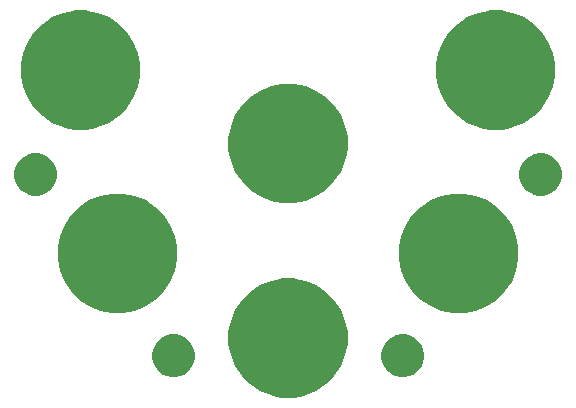
<source format=gts>
G04 #@! TF.GenerationSoftware,KiCad,Pcbnew,(5.0.1)-3*
G04 #@! TF.CreationDate,2019-01-26T22:39:22-03:30*
G04 #@! TF.ProjectId,Battery Pack,42617474657279205061636B2E6B6963,rev?*
G04 #@! TF.SameCoordinates,Original*
G04 #@! TF.FileFunction,Soldermask,Top*
G04 #@! TF.FilePolarity,Negative*
%FSLAX46Y46*%
G04 Gerber Fmt 4.6, Leading zero omitted, Abs format (unit mm)*
G04 Created by KiCad (PCBNEW (5.0.1)-3) date 2019-01-26 10:39:22 PM*
%MOMM*%
%LPD*%
G01*
G04 APERTURE LIST*
%ADD10C,0.100000*%
G04 APERTURE END LIST*
D10*
G36*
X100985401Y-113196054D02*
X101473322Y-113293107D01*
X102392546Y-113673862D01*
X103219825Y-114226632D01*
X103923368Y-114930175D01*
X104476138Y-115757454D01*
X104856893Y-116676678D01*
X105051000Y-117652520D01*
X105051000Y-118647480D01*
X104856893Y-119623322D01*
X104476138Y-120542546D01*
X103923368Y-121369825D01*
X103219825Y-122073368D01*
X102392546Y-122626138D01*
X101473322Y-123006893D01*
X100985401Y-123103946D01*
X100497481Y-123201000D01*
X99502519Y-123201000D01*
X99014599Y-123103946D01*
X98526678Y-123006893D01*
X97607454Y-122626138D01*
X96780175Y-122073368D01*
X96076632Y-121369825D01*
X95523862Y-120542546D01*
X95143107Y-119623322D01*
X94949000Y-118647480D01*
X94949000Y-117652520D01*
X95143107Y-116676678D01*
X95523862Y-115757454D01*
X96076632Y-114930175D01*
X96780175Y-114226632D01*
X97607454Y-113673862D01*
X98526678Y-113293107D01*
X99014599Y-113196054D01*
X99502519Y-113099000D01*
X100497481Y-113099000D01*
X100985401Y-113196054D01*
X100985401Y-113196054D01*
G37*
G36*
X110225331Y-117918211D02*
X110553092Y-118053974D01*
X110848073Y-118251074D01*
X111098926Y-118501927D01*
X111296026Y-118796908D01*
X111431789Y-119124669D01*
X111501000Y-119472616D01*
X111501000Y-119827384D01*
X111431789Y-120175331D01*
X111296026Y-120503092D01*
X111098926Y-120798073D01*
X110848073Y-121048926D01*
X110553092Y-121246026D01*
X110225331Y-121381789D01*
X109877384Y-121451000D01*
X109522616Y-121451000D01*
X109174669Y-121381789D01*
X108846908Y-121246026D01*
X108551927Y-121048926D01*
X108301074Y-120798073D01*
X108103974Y-120503092D01*
X107968211Y-120175331D01*
X107899000Y-119827384D01*
X107899000Y-119472616D01*
X107968211Y-119124669D01*
X108103974Y-118796908D01*
X108301074Y-118501927D01*
X108551927Y-118251074D01*
X108846908Y-118053974D01*
X109174669Y-117918211D01*
X109522616Y-117849000D01*
X109877384Y-117849000D01*
X110225331Y-117918211D01*
X110225331Y-117918211D01*
G37*
G36*
X90825331Y-117918211D02*
X91153092Y-118053974D01*
X91448073Y-118251074D01*
X91698926Y-118501927D01*
X91896026Y-118796908D01*
X92031789Y-119124669D01*
X92101000Y-119472616D01*
X92101000Y-119827384D01*
X92031789Y-120175331D01*
X91896026Y-120503092D01*
X91698926Y-120798073D01*
X91448073Y-121048926D01*
X91153092Y-121246026D01*
X90825331Y-121381789D01*
X90477384Y-121451000D01*
X90122616Y-121451000D01*
X89774669Y-121381789D01*
X89446908Y-121246026D01*
X89151927Y-121048926D01*
X88901074Y-120798073D01*
X88703974Y-120503092D01*
X88568211Y-120175331D01*
X88499000Y-119827384D01*
X88499000Y-119472616D01*
X88568211Y-119124669D01*
X88703974Y-118796908D01*
X88901074Y-118501927D01*
X89151927Y-118251074D01*
X89446908Y-118053974D01*
X89774669Y-117918211D01*
X90122616Y-117849000D01*
X90477384Y-117849000D01*
X90825331Y-117918211D01*
X90825331Y-117918211D01*
G37*
G36*
X86535401Y-106026053D02*
X87023322Y-106123107D01*
X87942546Y-106503862D01*
X88769825Y-107056632D01*
X89473368Y-107760175D01*
X90026138Y-108587454D01*
X90406893Y-109506678D01*
X90601000Y-110482520D01*
X90601000Y-111477480D01*
X90406893Y-112453322D01*
X90026138Y-113372546D01*
X89473368Y-114199825D01*
X88769825Y-114903368D01*
X87942546Y-115456138D01*
X87023322Y-115836893D01*
X86535401Y-115933947D01*
X86047481Y-116031000D01*
X85052519Y-116031000D01*
X84564599Y-115933947D01*
X84076678Y-115836893D01*
X83157454Y-115456138D01*
X82330175Y-114903368D01*
X81626632Y-114199825D01*
X81073862Y-113372546D01*
X80693107Y-112453322D01*
X80499000Y-111477480D01*
X80499000Y-110482520D01*
X80693107Y-109506678D01*
X81073862Y-108587454D01*
X81626632Y-107760175D01*
X82330175Y-107056632D01*
X83157454Y-106503862D01*
X84076678Y-106123107D01*
X84564599Y-106026053D01*
X85052519Y-105929000D01*
X86047481Y-105929000D01*
X86535401Y-106026053D01*
X86535401Y-106026053D01*
G37*
G36*
X115435401Y-106026053D02*
X115923322Y-106123107D01*
X116842546Y-106503862D01*
X117669825Y-107056632D01*
X118373368Y-107760175D01*
X118926138Y-108587454D01*
X119306893Y-109506678D01*
X119501000Y-110482520D01*
X119501000Y-111477480D01*
X119306893Y-112453322D01*
X118926138Y-113372546D01*
X118373368Y-114199825D01*
X117669825Y-114903368D01*
X116842546Y-115456138D01*
X115923322Y-115836893D01*
X115435401Y-115933947D01*
X114947481Y-116031000D01*
X113952519Y-116031000D01*
X113464599Y-115933947D01*
X112976678Y-115836893D01*
X112057454Y-115456138D01*
X111230175Y-114903368D01*
X110526632Y-114199825D01*
X109973862Y-113372546D01*
X109593107Y-112453322D01*
X109399000Y-111477480D01*
X109399000Y-110482520D01*
X109593107Y-109506678D01*
X109973862Y-108587454D01*
X110526632Y-107760175D01*
X111230175Y-107056632D01*
X112057454Y-106503862D01*
X112976678Y-106123107D01*
X113464599Y-106026053D01*
X113952519Y-105929000D01*
X114947481Y-105929000D01*
X115435401Y-106026053D01*
X115435401Y-106026053D01*
G37*
G36*
X100985401Y-96716053D02*
X101473322Y-96813107D01*
X102392546Y-97193862D01*
X103219825Y-97746632D01*
X103923368Y-98450175D01*
X104476138Y-99277454D01*
X104856893Y-100196678D01*
X104953946Y-100684599D01*
X105051000Y-101172519D01*
X105051000Y-102167481D01*
X104969301Y-102578211D01*
X104856893Y-103143322D01*
X104476138Y-104062546D01*
X103923368Y-104889825D01*
X103219825Y-105593368D01*
X102392546Y-106146138D01*
X101473322Y-106526893D01*
X100985401Y-106623947D01*
X100497481Y-106721000D01*
X99502519Y-106721000D01*
X99014599Y-106623947D01*
X98526678Y-106526893D01*
X97607454Y-106146138D01*
X96780175Y-105593368D01*
X96076632Y-104889825D01*
X95523862Y-104062546D01*
X95143107Y-103143322D01*
X95030699Y-102578211D01*
X94949000Y-102167481D01*
X94949000Y-101172519D01*
X95046054Y-100684599D01*
X95143107Y-100196678D01*
X95523862Y-99277454D01*
X96076632Y-98450175D01*
X96780175Y-97746632D01*
X97607454Y-97193862D01*
X98526678Y-96813107D01*
X99014599Y-96716054D01*
X99502519Y-96619000D01*
X100497481Y-96619000D01*
X100985401Y-96716053D01*
X100985401Y-96716053D01*
G37*
G36*
X121905331Y-102578211D02*
X122233092Y-102713974D01*
X122528073Y-102911074D01*
X122778926Y-103161927D01*
X122976026Y-103456908D01*
X123111789Y-103784669D01*
X123181000Y-104132616D01*
X123181000Y-104487384D01*
X123111789Y-104835331D01*
X122976026Y-105163092D01*
X122778926Y-105458073D01*
X122528073Y-105708926D01*
X122233092Y-105906026D01*
X121905331Y-106041789D01*
X121557384Y-106111000D01*
X121202616Y-106111000D01*
X120854669Y-106041789D01*
X120526908Y-105906026D01*
X120231927Y-105708926D01*
X119981074Y-105458073D01*
X119783974Y-105163092D01*
X119648211Y-104835331D01*
X119579000Y-104487384D01*
X119579000Y-104132616D01*
X119648211Y-103784669D01*
X119783974Y-103456908D01*
X119981074Y-103161927D01*
X120231927Y-102911074D01*
X120526908Y-102713974D01*
X120854669Y-102578211D01*
X121202616Y-102509000D01*
X121557384Y-102509000D01*
X121905331Y-102578211D01*
X121905331Y-102578211D01*
G37*
G36*
X79145331Y-102578211D02*
X79473092Y-102713974D01*
X79768073Y-102911074D01*
X80018926Y-103161927D01*
X80216026Y-103456908D01*
X80351789Y-103784669D01*
X80421000Y-104132616D01*
X80421000Y-104487384D01*
X80351789Y-104835331D01*
X80216026Y-105163092D01*
X80018926Y-105458073D01*
X79768073Y-105708926D01*
X79473092Y-105906026D01*
X79145331Y-106041789D01*
X78797384Y-106111000D01*
X78442616Y-106111000D01*
X78094669Y-106041789D01*
X77766908Y-105906026D01*
X77471927Y-105708926D01*
X77221074Y-105458073D01*
X77023974Y-105163092D01*
X76888211Y-104835331D01*
X76819000Y-104487384D01*
X76819000Y-104132616D01*
X76888211Y-103784669D01*
X77023974Y-103456908D01*
X77221074Y-103161927D01*
X77471927Y-102911074D01*
X77766908Y-102713974D01*
X78094669Y-102578211D01*
X78442616Y-102509000D01*
X78797384Y-102509000D01*
X79145331Y-102578211D01*
X79145331Y-102578211D01*
G37*
G36*
X118555401Y-90506054D02*
X119043322Y-90603107D01*
X119962546Y-90983862D01*
X120789825Y-91536632D01*
X121493368Y-92240175D01*
X122046138Y-93067454D01*
X122426893Y-93986678D01*
X122621000Y-94962520D01*
X122621000Y-95957480D01*
X122426893Y-96933322D01*
X122046138Y-97852546D01*
X121493368Y-98679825D01*
X120789825Y-99383368D01*
X119962546Y-99936138D01*
X119043322Y-100316893D01*
X118555401Y-100413946D01*
X118067481Y-100511000D01*
X117072519Y-100511000D01*
X116584599Y-100413947D01*
X116096678Y-100316893D01*
X115177454Y-99936138D01*
X114350175Y-99383368D01*
X113646632Y-98679825D01*
X113093862Y-97852546D01*
X112713107Y-96933322D01*
X112519000Y-95957480D01*
X112519000Y-94962520D01*
X112713107Y-93986678D01*
X113093862Y-93067454D01*
X113646632Y-92240175D01*
X114350175Y-91536632D01*
X115177454Y-90983862D01*
X116096678Y-90603107D01*
X116584599Y-90506054D01*
X117072519Y-90409000D01*
X118067481Y-90409000D01*
X118555401Y-90506054D01*
X118555401Y-90506054D01*
G37*
G36*
X83415401Y-90506054D02*
X83903322Y-90603107D01*
X84822546Y-90983862D01*
X85649825Y-91536632D01*
X86353368Y-92240175D01*
X86906138Y-93067454D01*
X87286893Y-93986678D01*
X87481000Y-94962520D01*
X87481000Y-95957480D01*
X87286893Y-96933322D01*
X86906138Y-97852546D01*
X86353368Y-98679825D01*
X85649825Y-99383368D01*
X84822546Y-99936138D01*
X83903322Y-100316893D01*
X83415401Y-100413946D01*
X82927481Y-100511000D01*
X81932519Y-100511000D01*
X81444599Y-100413947D01*
X80956678Y-100316893D01*
X80037454Y-99936138D01*
X79210175Y-99383368D01*
X78506632Y-98679825D01*
X77953862Y-97852546D01*
X77573107Y-96933322D01*
X77379000Y-95957480D01*
X77379000Y-94962520D01*
X77573107Y-93986678D01*
X77953862Y-93067454D01*
X78506632Y-92240175D01*
X79210175Y-91536632D01*
X80037454Y-90983862D01*
X80956678Y-90603107D01*
X81444599Y-90506054D01*
X81932519Y-90409000D01*
X82927481Y-90409000D01*
X83415401Y-90506054D01*
X83415401Y-90506054D01*
G37*
M02*

</source>
